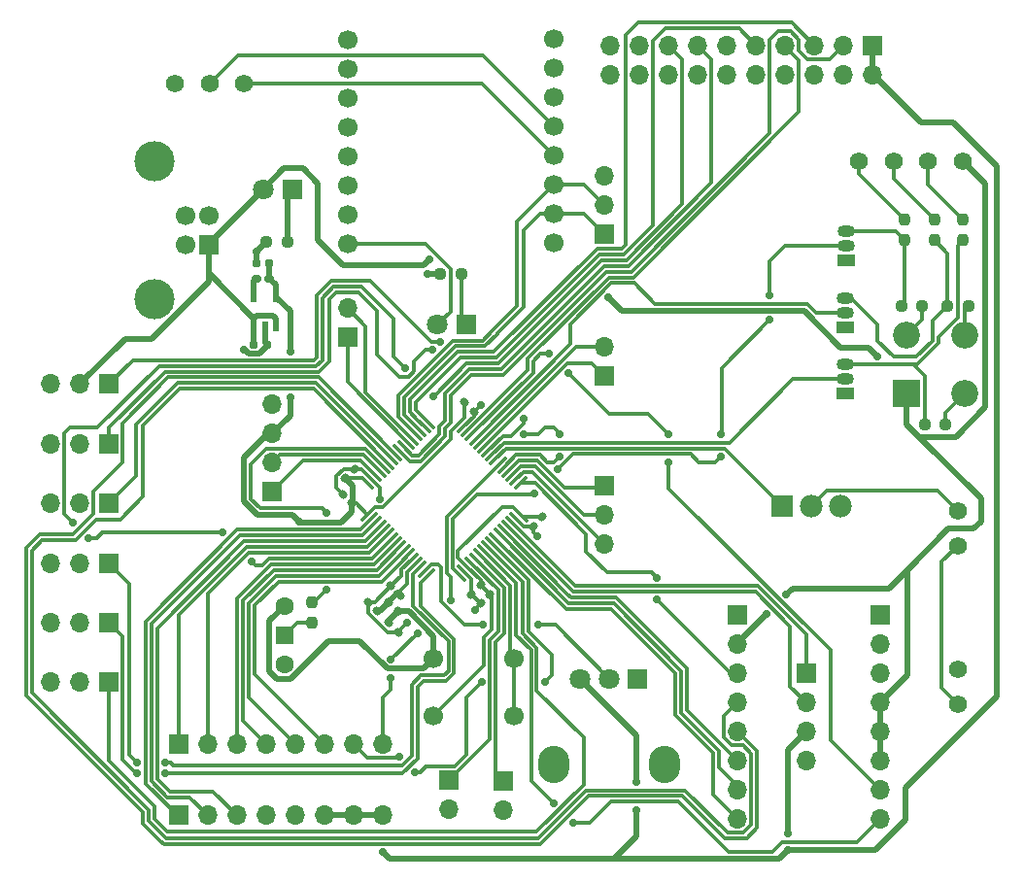
<source format=gbr>
%TF.GenerationSoftware,KiCad,Pcbnew,8.0.4*%
%TF.CreationDate,2025-04-25T16:49:28-07:00*%
%TF.ProjectId,DalekSoundSystemV2,44616c65-6b53-46f7-956e-645379737465,rev?*%
%TF.SameCoordinates,Original*%
%TF.FileFunction,Copper,L1,Top*%
%TF.FilePolarity,Positive*%
%FSLAX46Y46*%
G04 Gerber Fmt 4.6, Leading zero omitted, Abs format (unit mm)*
G04 Created by KiCad (PCBNEW 8.0.4) date 2025-04-25 16:49:28*
%MOMM*%
%LPD*%
G01*
G04 APERTURE LIST*
G04 Aperture macros list*
%AMRoundRect*
0 Rectangle with rounded corners*
0 $1 Rounding radius*
0 $2 $3 $4 $5 $6 $7 $8 $9 X,Y pos of 4 corners*
0 Add a 4 corners polygon primitive as box body*
4,1,4,$2,$3,$4,$5,$6,$7,$8,$9,$2,$3,0*
0 Add four circle primitives for the rounded corners*
1,1,$1+$1,$2,$3*
1,1,$1+$1,$4,$5*
1,1,$1+$1,$6,$7*
1,1,$1+$1,$8,$9*
0 Add four rect primitives between the rounded corners*
20,1,$1+$1,$2,$3,$4,$5,0*
20,1,$1+$1,$4,$5,$6,$7,0*
20,1,$1+$1,$6,$7,$8,$9,0*
20,1,$1+$1,$8,$9,$2,$3,0*%
G04 Aperture macros list end*
%TA.AperFunction,SMDPad,CuDef*%
%ADD10RoundRect,0.155000X-0.212500X-0.155000X0.212500X-0.155000X0.212500X0.155000X-0.212500X0.155000X0*%
%TD*%
%TA.AperFunction,SMDPad,CuDef*%
%ADD11R,0.508000X0.955600*%
%TD*%
%TA.AperFunction,SMDPad,CuDef*%
%ADD12RoundRect,0.155000X0.040659X0.259862X-0.259862X-0.040659X-0.040659X-0.259862X0.259862X0.040659X0*%
%TD*%
%TA.AperFunction,SMDPad,CuDef*%
%ADD13RoundRect,0.155000X0.259862X-0.040659X-0.040659X0.259862X-0.259862X0.040659X0.040659X-0.259862X0*%
%TD*%
%TA.AperFunction,ComponentPad*%
%ADD14R,1.800000X1.800000*%
%TD*%
%TA.AperFunction,ComponentPad*%
%ADD15C,1.800000*%
%TD*%
%TA.AperFunction,ComponentPad*%
%ADD16R,1.700000X1.700000*%
%TD*%
%TA.AperFunction,ComponentPad*%
%ADD17O,1.700000X1.700000*%
%TD*%
%TA.AperFunction,SMDPad,CuDef*%
%ADD18RoundRect,0.160000X-0.222500X-0.160000X0.222500X-0.160000X0.222500X0.160000X-0.222500X0.160000X0*%
%TD*%
%TA.AperFunction,ComponentPad*%
%ADD19O,2.720000X3.240000*%
%TD*%
%TA.AperFunction,SMDPad,CuDef*%
%ADD20RoundRect,0.237500X-0.237500X0.250000X-0.237500X-0.250000X0.237500X-0.250000X0.237500X0.250000X0*%
%TD*%
%TA.AperFunction,ComponentPad*%
%ADD21C,1.574800*%
%TD*%
%TA.AperFunction,ComponentPad*%
%ADD22R,2.350000X2.350000*%
%TD*%
%TA.AperFunction,ComponentPad*%
%ADD23C,2.350000*%
%TD*%
%TA.AperFunction,SMDPad,CuDef*%
%ADD24RoundRect,0.155000X0.212500X0.155000X-0.212500X0.155000X-0.212500X-0.155000X0.212500X-0.155000X0*%
%TD*%
%TA.AperFunction,ComponentPad*%
%ADD25C,1.700000*%
%TD*%
%TA.AperFunction,ComponentPad*%
%ADD26R,1.500000X1.500000*%
%TD*%
%TA.AperFunction,ComponentPad*%
%ADD27C,1.600000*%
%TD*%
%TA.AperFunction,SMDPad,CuDef*%
%ADD28RoundRect,0.237500X-0.250000X-0.237500X0.250000X-0.237500X0.250000X0.237500X-0.250000X0.237500X0*%
%TD*%
%TA.AperFunction,SMDPad,CuDef*%
%ADD29RoundRect,0.155000X-0.259862X0.040659X0.040659X-0.259862X0.259862X-0.040659X-0.040659X0.259862X0*%
%TD*%
%TA.AperFunction,ComponentPad*%
%ADD30C,3.500000*%
%TD*%
%TA.AperFunction,ComponentPad*%
%ADD31R,1.500000X1.050000*%
%TD*%
%TA.AperFunction,ComponentPad*%
%ADD32O,1.500000X1.050000*%
%TD*%
%TA.AperFunction,SMDPad,CuDef*%
%ADD33RoundRect,0.155000X-0.040659X-0.259862X0.259862X0.040659X0.040659X0.259862X-0.259862X-0.040659X0*%
%TD*%
%TA.AperFunction,SMDPad,CuDef*%
%ADD34RoundRect,0.160000X-0.270468X0.044194X0.044194X-0.270468X0.270468X-0.044194X-0.044194X0.270468X0*%
%TD*%
%TA.AperFunction,SMDPad,CuDef*%
%ADD35RoundRect,0.237500X0.237500X-0.250000X0.237500X0.250000X-0.237500X0.250000X-0.237500X-0.250000X0*%
%TD*%
%TA.AperFunction,SMDPad,CuDef*%
%ADD36RoundRect,0.075000X-0.441942X-0.548008X0.548008X0.441942X0.441942X0.548008X-0.548008X-0.441942X0*%
%TD*%
%TA.AperFunction,SMDPad,CuDef*%
%ADD37RoundRect,0.075000X0.441942X-0.548008X0.548008X-0.441942X-0.441942X0.548008X-0.548008X0.441942X0*%
%TD*%
%TA.AperFunction,ComponentPad*%
%ADD38R,1.980000X1.980000*%
%TD*%
%TA.AperFunction,ComponentPad*%
%ADD39C,1.980000*%
%TD*%
%TA.AperFunction,ViaPad*%
%ADD40C,0.700000*%
%TD*%
%TA.AperFunction,Conductor*%
%ADD41C,0.500000*%
%TD*%
%TA.AperFunction,Conductor*%
%ADD42C,0.300000*%
%TD*%
G04 APERTURE END LIST*
D10*
%TO.P,C11,1*%
%TO.N,GND*%
X148477300Y-59263600D03*
%TO.P,C11,2*%
%TO.N,+3.3V*%
X149612300Y-59263600D03*
%TD*%
D11*
%TO.P,U3,1,VIN*%
%TO.N,+5V*%
X148249999Y-64755600D03*
%TO.P,U3,2,GND*%
%TO.N,GND*%
X149200000Y-64755600D03*
%TO.P,U3,3,\u002ASHDN*%
%TO.N,+5V*%
X150150001Y-64755600D03*
%TO.P,U3,4,VFB/VOUT*%
%TO.N,+3.3V*%
X150150001Y-62200000D03*
%TO.P,U3,5,LX*%
%TO.N,Net-(U3-LX)*%
X148249999Y-62200000D03*
%TD*%
D12*
%TO.P,C5,1*%
%TO.N,+3.3V*%
X173401283Y-81398717D03*
%TO.P,C5,2*%
%TO.N,GND*%
X172598717Y-82201283D03*
%TD*%
D13*
%TO.P,C7,1*%
%TO.N,+3.3VA*%
X161001283Y-88201283D03*
%TO.P,C7,2*%
%TO.N,GND*%
X160198717Y-87398717D03*
%TD*%
D14*
%TO.P,D3,1,K*%
%TO.N,/On LED*%
X151600000Y-52800000D03*
D15*
%TO.P,D3,2,A*%
%TO.N,+5V*%
X149060000Y-52800000D03*
%TD*%
D16*
%TO.P,J24,1,Pin_1*%
%TO.N,/UART4 TX*%
X178800000Y-56740000D03*
D17*
%TO.P,J24,2,Pin_2*%
%TO.N,/UART4 RX*%
X178800000Y-54200000D03*
%TO.P,J24,3,Pin_3*%
%TO.N,GND*%
X178800000Y-51660000D03*
%TD*%
D18*
%TO.P,L1,1,1*%
%TO.N,Net-(U3-LX)*%
X148472300Y-60601100D03*
%TO.P,L1,2,2*%
%TO.N,+3.3V*%
X149617300Y-60601100D03*
%TD*%
D19*
%TO.P,RV1,*%
%TO.N,*%
X184000000Y-102975000D03*
X174400000Y-102975000D03*
D14*
%TO.P,RV1,1,1*%
%TO.N,GND*%
X181700000Y-95475000D03*
D15*
%TO.P,RV1,2,2*%
%TO.N,/ADC IN*%
X179200000Y-95475000D03*
%TO.P,RV1,3,3*%
%TO.N,+3.3V*%
X176700000Y-95475000D03*
%TD*%
D16*
%TO.P,J17,1,Pin_1*%
%TO.N,/DAC1*%
X165225000Y-104350000D03*
D17*
%TO.P,J17,2,Pin_2*%
%TO.N,GND*%
X165225000Y-106890000D03*
%TD*%
D20*
%TO.P,R2,1*%
%TO.N,/RLED*%
X204962725Y-55447501D03*
%TO.P,R2,2*%
%TO.N,/RFet*%
X204962725Y-57272501D03*
%TD*%
D16*
%TO.P,J5,1,Pin_1*%
%TO.N,/Input5*%
X135600000Y-90600000D03*
D17*
%TO.P,J5,2,Pin_2*%
%TO.N,unconnected-(J5-Pin_2-Pad2)*%
X133060000Y-90600000D03*
%TO.P,J5,3,Pin_3*%
%TO.N,unconnected-(J5-Pin_3-Pad3)*%
X130520000Y-90600000D03*
%TD*%
D21*
%TO.P,J10,1,Pin_1*%
%TO.N,GND*%
X209600000Y-94700000D03*
%TO.P,J10,2,Pin_2*%
%TO.N,/Lights+*%
X209600000Y-97700000D03*
%TD*%
D16*
%TO.P,J7,1,VTREF*%
%TO.N,+3.3V*%
X202180000Y-40260000D03*
D17*
%TO.P,J7,2,VCC/NC*%
X202180000Y-42800000D03*
%TO.P,J7,3,~{TRST}*%
%TO.N,/NJTRST*%
X199640000Y-40260000D03*
%TO.P,J7,4,GND*%
%TO.N,GND*%
X199640000Y-42800000D03*
%TO.P,J7,5,TDI*%
%TO.N,/JTDI*%
X197100000Y-40260000D03*
%TO.P,J7,6,GND*%
%TO.N,GND*%
X197100000Y-42800000D03*
%TO.P,J7,7,TMS/SWDIO*%
%TO.N,/JTMS*%
X194560000Y-40260000D03*
%TO.P,J7,8,GND*%
%TO.N,GND*%
X194560000Y-42800000D03*
%TO.P,J7,9,TCK/SWCLK*%
%TO.N,/JTCK*%
X192020000Y-40260000D03*
%TO.P,J7,10,GND*%
%TO.N,GND*%
X192020000Y-42800000D03*
%TO.P,J7,11,RTCK*%
%TO.N,unconnected-(J7-RTCK-Pad11)*%
X189480000Y-40260000D03*
%TO.P,J7,12,GND*%
%TO.N,GND*%
X189480000Y-42800000D03*
%TO.P,J7,13,TDO/SWO*%
%TO.N,/JTDO*%
X186940000Y-40260000D03*
%TO.P,J7,14,GND*%
%TO.N,GND*%
X186940000Y-42800000D03*
%TO.P,J7,15,~{SRST}*%
%TO.N,/NRST*%
X184400000Y-40260000D03*
%TO.P,J7,16,GND*%
%TO.N,GND*%
X184400000Y-42800000D03*
%TO.P,J7,17,DBGRQ/NC*%
%TO.N,unconnected-(J7-DBGRQ{slash}NC-Pad17)*%
X181860000Y-40260000D03*
%TO.P,J7,18,GND*%
%TO.N,GND*%
X181860000Y-42800000D03*
%TO.P,J7,19,DBGACK/NC*%
%TO.N,unconnected-(J7-DBGACK{slash}NC-Pad19)*%
X179320000Y-40260000D03*
%TO.P,J7,20,GND*%
%TO.N,GND*%
X179320000Y-42800000D03*
%TD*%
D21*
%TO.P,J11,1,Pin_1*%
%TO.N,/Lights-*%
X209600000Y-80866201D03*
%TO.P,J11,2,Pin_2*%
%TO.N,/Lights+*%
X209600000Y-83866201D03*
%TD*%
D22*
%TO.P,D1,1,A*%
%TO.N,+5V*%
X205155000Y-70605001D03*
D23*
%TO.P,D1,2,BK*%
%TO.N,/BTest*%
X210235000Y-70605001D03*
%TO.P,D1,3,GK*%
%TO.N,/GTest*%
X210235000Y-65525001D03*
%TO.P,D1,4,RK*%
%TO.N,/RTest*%
X205155000Y-65525001D03*
%TD*%
D21*
%TO.P,J9,1,Pin_1*%
%TO.N,/RAudio*%
X147399998Y-43600000D03*
%TO.P,J9,2,Pin_2*%
%TO.N,/LAudio*%
X144399999Y-43600000D03*
%TO.P,J9,3,Pin_3*%
%TO.N,GND*%
X141400000Y-43600000D03*
%TD*%
D16*
%TO.P,J13,1,Pin_1*%
%TO.N,/UART5 RX*%
X156400000Y-65740000D03*
D17*
%TO.P,J13,2,Pin_2*%
%TO.N,/UART5 TX*%
X156400000Y-63200000D03*
%TD*%
D24*
%TO.P,C10,1*%
%TO.N,GND*%
X149367500Y-66351100D03*
%TO.P,C10,2*%
%TO.N,+5V*%
X148232500Y-66351100D03*
%TD*%
D25*
%TO.P,SW2,1,1*%
%TO.N,/Test Button*%
X170900000Y-98700000D03*
%TO.P,SW2,2,2*%
%TO.N,+3.3V*%
X163900000Y-93700000D03*
%TO.P,SW2,3,3*%
%TO.N,/Test Button*%
X170900000Y-93700000D03*
%TO.P,SW2,4,4*%
%TO.N,+3.3V*%
X163900000Y-98700000D03*
%TD*%
D26*
%TO.P,SW1,1,B*%
%TO.N,/SW_BOOT0*%
X150912500Y-91687500D03*
D27*
%TO.P,SW1,2,C*%
%TO.N,GND*%
X150912500Y-94227500D03*
%TO.P,SW1,3,A*%
%TO.N,+3.3V*%
X150912500Y-89147500D03*
%TD*%
D16*
%TO.P,J4,1,Pin_1*%
%TO.N,/Input1*%
X135600000Y-69800000D03*
D17*
%TO.P,J4,2,Pin_2*%
%TO.N,+5V*%
X133060000Y-69800000D03*
%TO.P,J4,3,Pin_3*%
%TO.N,unconnected-(J4-Pin_3-Pad3)*%
X130520000Y-69800000D03*
%TD*%
D28*
%TO.P,R5,1*%
%TO.N,/RFet*%
X204687500Y-62960001D03*
%TO.P,R5,2*%
%TO.N,/RTest*%
X206512500Y-62960001D03*
%TD*%
D16*
%TO.P,J6,1,Pin_1*%
%TO.N,/Input4*%
X135600000Y-85400000D03*
D17*
%TO.P,J6,2,Pin_2*%
%TO.N,unconnected-(J6-Pin_2-Pad2)*%
X133060000Y-85400000D03*
%TO.P,J6,3,Pin_3*%
%TO.N,unconnected-(J6-Pin_3-Pad3)*%
X130520000Y-85400000D03*
%TD*%
D25*
%TO.P,U2,1,VCC*%
%TO.N,+5V*%
X174400000Y-57510000D03*
%TO.P,U2,2,UART_RX*%
%TO.N,/UART4 TX*%
X174400000Y-54970000D03*
%TO.P,U2,3,UART_TX*%
%TO.N,/UART4 RX*%
X174400000Y-52430000D03*
%TO.P,U2,4,DAC_R*%
%TO.N,/RAudio*%
X174400000Y-49890000D03*
%TO.P,U2,5,DAC_L*%
%TO.N,/LAudio*%
X174400000Y-47350000D03*
%TO.P,U2,6,SPK2*%
%TO.N,unconnected-(U2-SPK2-Pad6)*%
X174400000Y-44810000D03*
%TO.P,U2,7,GND*%
%TO.N,unconnected-(U2-GND-Pad7)*%
X174400000Y-42270000D03*
%TO.P,U2,8,SPK1*%
%TO.N,unconnected-(U2-SPK1-Pad8)*%
X174400000Y-39730000D03*
%TO.P,U2,9,IO1*%
%TO.N,unconnected-(U2-IO1-Pad9)*%
X156400000Y-39810000D03*
%TO.P,U2,10,GND*%
%TO.N,GND*%
X156400000Y-42350000D03*
%TO.P,U2,11,IO2*%
%TO.N,unconnected-(U2-IO2-Pad11)*%
X156400000Y-44890000D03*
%TO.P,U2,12,ADKEY1*%
%TO.N,unconnected-(U2-ADKEY1-Pad12)*%
X156400000Y-47430000D03*
%TO.P,U2,13,ADKEY2*%
%TO.N,unconnected-(U2-ADKEY2-Pad13)*%
X156400000Y-49970000D03*
%TO.P,U2,14,USB+*%
%TO.N,unconnected-(U2-USB+-Pad14)*%
X156400000Y-52510000D03*
%TO.P,U2,15,USB-*%
%TO.N,unconnected-(U2-USB--Pad15)*%
X156400000Y-55050000D03*
%TO.P,U2,16,BUSY*%
%TO.N,/DFBusy*%
X156400000Y-57590000D03*
%TD*%
D16*
%TO.P,J14,1,Pin_1*%
%TO.N,/I2C1 SDA*%
X149800000Y-79200000D03*
D17*
%TO.P,J14,2,Pin_2*%
%TO.N,/I2C1 SCL*%
X149800000Y-76660000D03*
%TO.P,J14,3,Pin_3*%
%TO.N,+3.3V*%
X149800000Y-74120000D03*
%TO.P,J14,4,Pin_4*%
%TO.N,GND*%
X149800000Y-71580000D03*
%TD*%
D12*
%TO.P,C1,1*%
%TO.N,+3.3V*%
X168001283Y-87298717D03*
%TO.P,C1,2*%
%TO.N,GND*%
X167198717Y-88101283D03*
%TD*%
D29*
%TO.P,C9,1*%
%TO.N,+3.3V*%
X160003536Y-90603536D03*
%TO.P,C9,2*%
%TO.N,GND*%
X160806102Y-91406102D03*
%TD*%
D16*
%TO.P,J18,1,Pin_1*%
%TO.N,/DAC2*%
X170000000Y-104400000D03*
D17*
%TO.P,J18,2,Pin_2*%
%TO.N,GND*%
X170000000Y-106940000D03*
%TD*%
D16*
%TO.P,J1,1,Pin_1*%
%TO.N,/Input6*%
X135600000Y-95800000D03*
D17*
%TO.P,J1,2,Pin_2*%
%TO.N,unconnected-(J1-Pin_2-Pad2)*%
X133060000Y-95800000D03*
%TO.P,J1,3,Pin_3*%
%TO.N,unconnected-(J1-Pin_3-Pad3)*%
X130520000Y-95800000D03*
%TD*%
D16*
%TO.P,J23,1,VBUS*%
%TO.N,+5V*%
X144310000Y-57650000D03*
D25*
%TO.P,J23,2,D-*%
%TO.N,unconnected-(J23-D--Pad2)*%
X144310000Y-55150000D03*
%TO.P,J23,3,D+*%
%TO.N,unconnected-(J23-D+-Pad3)*%
X142310000Y-55150000D03*
%TO.P,J23,4,GND*%
%TO.N,GND*%
X142310000Y-57650000D03*
D30*
%TO.P,J23,5,Shield*%
%TO.N,unconnected-(J23-Shield-Pad5)*%
X139600000Y-62420000D03*
%TO.N,unconnected-(J23-Shield-Pad5)_1*%
X139600000Y-50380000D03*
%TD*%
D31*
%TO.P,Q3-B1,1,S*%
%TO.N,GND*%
X199800000Y-70630001D03*
D32*
%TO.P,Q3-B1,2,G*%
%TO.N,/BCtrl*%
X199800000Y-69360001D03*
%TO.P,Q3-B1,3,D*%
%TO.N,/BFet*%
X199800000Y-68090001D03*
%TD*%
D16*
%TO.P,J15,1,Pin_1*%
%TO.N,/I2C2 SDA*%
X196400000Y-95000000D03*
D17*
%TO.P,J15,2,Pin_2*%
%TO.N,/I2C2 SCL*%
X196400000Y-97540000D03*
%TO.P,J15,3,Pin_3*%
%TO.N,+3.3V*%
X196400000Y-100080000D03*
%TO.P,J15,4,Pin_4*%
%TO.N,GND*%
X196400000Y-102620000D03*
%TD*%
D33*
%TO.P,C3,1*%
%TO.N,+3.3V*%
X156198717Y-78001283D03*
%TO.P,C3,2*%
%TO.N,GND*%
X157001283Y-77198717D03*
%TD*%
D34*
%TO.P,FB1,1*%
%TO.N,+3.3VA*%
X160000000Y-88800000D03*
%TO.P,FB1,2*%
%TO.N,+3.3V*%
X160809638Y-89609638D03*
%TD*%
D16*
%TO.P,J20,1,Pin_1*%
%TO.N,/PC13*%
X141720000Y-107400000D03*
D17*
%TO.P,J20,2,Pin_2*%
%TO.N,/PC14*%
X144260000Y-107400000D03*
%TO.P,J20,3,Pin_3*%
%TO.N,/PC15*%
X146800000Y-107400000D03*
%TO.P,J20,4,Pin_4*%
%TO.N,GND*%
X149340000Y-107400000D03*
%TO.P,J20,5,Pin_5*%
X151880000Y-107400000D03*
%TO.P,J20,6,Pin_6*%
%TO.N,+3.3V*%
X154420000Y-107400000D03*
%TO.P,J20,7,Pin_7*%
X156960000Y-107400000D03*
%TO.P,J20,8,Pin_8*%
X159500000Y-107400000D03*
%TD*%
D12*
%TO.P,C6,1*%
%TO.N,+3.3V*%
X168801283Y-88098717D03*
%TO.P,C6,2*%
%TO.N,GND*%
X167998717Y-88901283D03*
%TD*%
D28*
%TO.P,R8,1*%
%TO.N,GND*%
X164487500Y-60200000D03*
%TO.P,R8,2*%
%TO.N,/DFBusyLED*%
X166312500Y-60200000D03*
%TD*%
D16*
%TO.P,J21,1,Pin_1*%
%TO.N,GND*%
X202800000Y-89925000D03*
D17*
%TO.P,J21,2,Pin_2*%
X202800000Y-92465000D03*
%TO.P,J21,3,Pin_3*%
X202800000Y-95005000D03*
%TO.P,J21,4,Pin_4*%
%TO.N,+5V*%
X202800000Y-97545000D03*
%TO.P,J21,5,Pin_5*%
X202800000Y-100085000D03*
%TO.P,J21,6,Pin_6*%
X202800000Y-102625000D03*
%TO.P,J21,7,Pin_7*%
%TO.N,/PA12*%
X202800000Y-105165000D03*
%TO.P,J21,8,Pin_8*%
%TO.N,/PA7*%
X202800000Y-107705000D03*
%TD*%
D16*
%TO.P,J19,1,Pin_1*%
%TO.N,/PD0*%
X141720000Y-101200000D03*
D17*
%TO.P,J19,2,Pin_2*%
%TO.N,/PD1*%
X144260000Y-101200000D03*
%TO.P,J19,3,Pin_3*%
%TO.N,/PC0*%
X146800000Y-101200000D03*
%TO.P,J19,4,Pin_4*%
%TO.N,/PC1*%
X149340000Y-101200000D03*
%TO.P,J19,5,Pin_5*%
%TO.N,/PC2*%
X151880000Y-101200000D03*
%TO.P,J19,6,Pin_6*%
%TO.N,/PC3*%
X154420000Y-101200000D03*
%TO.P,J19,7,Pin_7*%
%TO.N,/PC5*%
X156960000Y-101200000D03*
%TO.P,J19,8,Pin_8*%
%TO.N,/PC7*%
X159500000Y-101200000D03*
%TD*%
D29*
%TO.P,C2,1*%
%TO.N,+3.3V*%
X166598717Y-71398717D03*
%TO.P,C2,2*%
%TO.N,GND*%
X167401283Y-72201283D03*
%TD*%
D35*
%TO.P,R3,1*%
%TO.N,/GFet*%
X207550000Y-57272501D03*
%TO.P,R3,2*%
%TO.N,/GLED*%
X207550000Y-55447501D03*
%TD*%
D28*
%TO.P,R6,1*%
%TO.N,/GFet*%
X208687500Y-62960001D03*
%TO.P,R6,2*%
%TO.N,/GTest*%
X210512500Y-62960001D03*
%TD*%
D31*
%TO.P,Q2-G1,1,S*%
%TO.N,GND*%
X199800000Y-64830001D03*
D32*
%TO.P,Q2-G1,2,G*%
%TO.N,/GCtrl*%
X199800000Y-63560001D03*
%TO.P,Q2-G1,3,D*%
%TO.N,/GFet*%
X199800000Y-62290001D03*
%TD*%
D13*
%TO.P,C8,1*%
%TO.N,+3.3VA*%
X159006102Y-89606102D03*
%TO.P,C8,2*%
%TO.N,GND*%
X158203536Y-88803536D03*
%TD*%
D16*
%TO.P,J22,1,Pin_1*%
%TO.N,GND*%
X190400000Y-89925000D03*
D17*
%TO.P,J22,2,Pin_2*%
%TO.N,+5V*%
X190400000Y-92465000D03*
%TO.P,J22,3,Pin_3*%
%TO.N,/PB12*%
X190400000Y-95005000D03*
%TO.P,J22,4,Pin_4*%
%TO.N,/PB7*%
X190400000Y-97545000D03*
%TO.P,J22,5,Pin_5*%
%TO.N,/PB5*%
X190400000Y-100085000D03*
%TO.P,J22,6,Pin_6*%
%TO.N,/PB2*%
X190400000Y-102625000D03*
%TO.P,J22,7,Pin_7*%
%TO.N,/PB1*%
X190400000Y-105165000D03*
%TO.P,J22,8,Pin_8*%
%TO.N,/PB0*%
X190400000Y-107705000D03*
%TD*%
D21*
%TO.P,J8,1,Pin_1*%
%TO.N,/RLED*%
X201000001Y-50360001D03*
%TO.P,J8,2,Pin_2*%
%TO.N,/GLED*%
X204000000Y-50360001D03*
%TO.P,J8,3,Pin_3*%
%TO.N,/BLED*%
X207000000Y-50360001D03*
%TO.P,J8,4,Pin_4*%
%TO.N,+5V*%
X209999999Y-50360001D03*
%TD*%
D14*
%TO.P,D2,1,K*%
%TO.N,/DFBusyLED*%
X166800000Y-64600000D03*
D15*
%TO.P,D2,2,A*%
%TO.N,/DFBusy*%
X164260000Y-64600000D03*
%TD*%
D28*
%TO.P,R9,1*%
%TO.N,GND*%
X149347500Y-57400000D03*
%TO.P,R9,2*%
%TO.N,/On LED*%
X151172500Y-57400000D03*
%TD*%
D35*
%TO.P,R4,1*%
%TO.N,/BFet*%
X210057091Y-57272501D03*
%TO.P,R4,2*%
%TO.N,/BLED*%
X210057091Y-55447501D03*
%TD*%
D13*
%TO.P,C4,1*%
%TO.N,+3.3V*%
X156801283Y-80201283D03*
%TO.P,C4,2*%
%TO.N,GND*%
X155998717Y-79398717D03*
%TD*%
D31*
%TO.P,Q1-R1,1,S*%
%TO.N,GND*%
X199840000Y-59030001D03*
D32*
%TO.P,Q1-R1,2,G*%
%TO.N,/RCtrl*%
X199840000Y-57760001D03*
%TO.P,Q1-R1,3,D*%
%TO.N,/RFet*%
X199840000Y-56490001D03*
%TD*%
D16*
%TO.P,J2,1,Pin_1*%
%TO.N,/Input2*%
X135600000Y-75000000D03*
D17*
%TO.P,J2,2,Pin_2*%
%TO.N,unconnected-(J2-Pin_2-Pad2)*%
X133060000Y-75000000D03*
%TO.P,J2,3,Pin_3*%
%TO.N,unconnected-(J2-Pin_3-Pad3)*%
X130520000Y-75000000D03*
%TD*%
D16*
%TO.P,J16,1,Pin_1*%
%TO.N,/COPI*%
X178800000Y-78660000D03*
D17*
%TO.P,J16,2,Pin_2*%
%TO.N,/CIPO*%
X178800000Y-81200000D03*
%TO.P,J16,3,Pin_3*%
%TO.N,/SCK*%
X178800000Y-83740000D03*
%TD*%
D20*
%TO.P,R1,1*%
%TO.N,/BOOT0*%
X153312500Y-88775000D03*
%TO.P,R1,2*%
%TO.N,/SW_BOOT0*%
X153312500Y-90600000D03*
%TD*%
D16*
%TO.P,J3,1,Pin_1*%
%TO.N,/Input3*%
X135600000Y-80200000D03*
D17*
%TO.P,J3,2,Pin_2*%
%TO.N,unconnected-(J3-Pin_2-Pad2)*%
X133060000Y-80200000D03*
%TO.P,J3,3,Pin_3*%
%TO.N,unconnected-(J3-Pin_3-Pad3)*%
X130520000Y-80200000D03*
%TD*%
D36*
%TO.P,U1,1,VBAT*%
%TO.N,+3.3V*%
X158135519Y-81161181D03*
%TO.P,U1,2,PC13*%
%TO.N,/PC13*%
X158489072Y-81514734D03*
%TO.P,U1,3,PC14*%
%TO.N,/PC14*%
X158842625Y-81868287D03*
%TO.P,U1,4,PC15*%
%TO.N,/PC15*%
X159196179Y-82221841D03*
%TO.P,U1,5,PD0*%
%TO.N,/PD0*%
X159549732Y-82575394D03*
%TO.P,U1,6,PD1*%
%TO.N,/PD1*%
X159903286Y-82928948D03*
%TO.P,U1,7,NRST*%
%TO.N,/NRST*%
X160256839Y-83282501D03*
%TO.P,U1,8,PC0*%
%TO.N,/PC0*%
X160610392Y-83636054D03*
%TO.P,U1,9,PC1*%
%TO.N,/PC1*%
X160963946Y-83989608D03*
%TO.P,U1,10,PC2*%
%TO.N,/PC2*%
X161317499Y-84343161D03*
%TO.P,U1,11,PC3*%
%TO.N,/PC3*%
X161671052Y-84696714D03*
%TO.P,U1,12,VSSA*%
%TO.N,GND*%
X162024606Y-85050268D03*
%TO.P,U1,13,VDDA*%
%TO.N,+3.3VA*%
X162378159Y-85403821D03*
%TO.P,U1,14,PA0*%
%TO.N,/Input4*%
X162731713Y-85757375D03*
%TO.P,U1,15,PA1*%
%TO.N,/ADC IN*%
X163085266Y-86110928D03*
%TO.P,U1,16,PA2*%
%TO.N,/Input5*%
X163438819Y-86464481D03*
D37*
%TO.P,U1,17,PA3*%
%TO.N,/RCtrl*%
X166161181Y-86464481D03*
%TO.P,U1,18,VSS*%
%TO.N,GND*%
X166514734Y-86110928D03*
%TO.P,U1,19,VDD*%
%TO.N,+3.3V*%
X166868287Y-85757375D03*
%TO.P,U1,20,PA4*%
%TO.N,/DAC1*%
X167221841Y-85403821D03*
%TO.P,U1,21,PA5*%
%TO.N,/DAC2*%
X167575394Y-85050268D03*
%TO.P,U1,22,PA6*%
%TO.N,/Test Button*%
X167928948Y-84696714D03*
%TO.P,U1,23,PA7*%
%TO.N,/PA7*%
X168282501Y-84343161D03*
%TO.P,U1,24,PC4*%
%TO.N,/Input6*%
X168636054Y-83989608D03*
%TO.P,U1,25,PC5*%
%TO.N,/PC5*%
X168989608Y-83636054D03*
%TO.P,U1,26,PB0*%
%TO.N,/PB0*%
X169343161Y-83282501D03*
%TO.P,U1,27,PB1*%
%TO.N,/PB1*%
X169696714Y-82928948D03*
%TO.P,U1,28,PB2*%
%TO.N,/PB2*%
X170050268Y-82575394D03*
%TO.P,U1,29,PB10*%
%TO.N,/I2C2 SCL*%
X170403821Y-82221841D03*
%TO.P,U1,30,PB11*%
%TO.N,/I2C2 SDA*%
X170757375Y-81868287D03*
%TO.P,U1,31,VSS*%
%TO.N,GND*%
X171110928Y-81514734D03*
%TO.P,U1,32,VDD*%
%TO.N,+3.3V*%
X171464481Y-81161181D03*
D36*
%TO.P,U1,33,PB12*%
%TO.N,/PB12*%
X171464481Y-78438819D03*
%TO.P,U1,34,PB13*%
%TO.N,/SCK*%
X171110928Y-78085266D03*
%TO.P,U1,35,PB14*%
%TO.N,/CIPO*%
X170757375Y-77731713D03*
%TO.P,U1,36,PB15*%
%TO.N,/COPI*%
X170403821Y-77378159D03*
%TO.P,U1,37,PC6*%
%TO.N,/Input2*%
X170050268Y-77024606D03*
%TO.P,U1,38,PC7*%
%TO.N,/PC7*%
X169696714Y-76671052D03*
%TO.P,U1,39,PC8*%
%TO.N,/LightsControl*%
X169343161Y-76317499D03*
%TO.P,U1,40,PC9*%
%TO.N,/BCtrl*%
X168989608Y-75963946D03*
%TO.P,U1,41,PA8*%
%TO.N,/Input1*%
X168636054Y-75610392D03*
%TO.P,U1,42,PA9*%
%TO.N,/USART1 TX*%
X168282501Y-75256839D03*
%TO.P,U1,43,PA10*%
%TO.N,/USART1 RX*%
X167928948Y-74903286D03*
%TO.P,U1,44,PA11*%
%TO.N,/GCtrl*%
X167575394Y-74549732D03*
%TO.P,U1,45,PA12*%
%TO.N,/PA12*%
X167221841Y-74196179D03*
%TO.P,U1,46,PA13*%
%TO.N,/JTMS*%
X166868287Y-73842625D03*
%TO.P,U1,47,VSS*%
%TO.N,GND*%
X166514734Y-73489072D03*
%TO.P,U1,48,VDD*%
%TO.N,+3.3V*%
X166161181Y-73135519D03*
D37*
%TO.P,U1,49,PA14*%
%TO.N,/JTCK*%
X163438819Y-73135519D03*
%TO.P,U1,50,PA15*%
%TO.N,/JTDI*%
X163085266Y-73489072D03*
%TO.P,U1,51,PC10*%
%TO.N,/UART4 TX*%
X162731713Y-73842625D03*
%TO.P,U1,52,PC11*%
%TO.N,/UART4 RX*%
X162378159Y-74196179D03*
%TO.P,U1,53,PC12*%
%TO.N,/UART5 TX*%
X162024606Y-74549732D03*
%TO.P,U1,54,PD2*%
%TO.N,/UART5 RX*%
X161671052Y-74903286D03*
%TO.P,U1,55,PB3*%
%TO.N,/JTDO*%
X161317499Y-75256839D03*
%TO.P,U1,56,PB4*%
%TO.N,/NJTRST*%
X160963946Y-75610392D03*
%TO.P,U1,57,PB5*%
%TO.N,/PB5*%
X160610392Y-75963946D03*
%TO.P,U1,58,PB6*%
%TO.N,/Input3*%
X160256839Y-76317499D03*
%TO.P,U1,59,PB7*%
%TO.N,/PB7*%
X159903286Y-76671052D03*
%TO.P,U1,60,BOOT0*%
%TO.N,/BOOT0*%
X159549732Y-77024606D03*
%TO.P,U1,61,PB8*%
%TO.N,/I2C1 SCL*%
X159196179Y-77378159D03*
%TO.P,U1,62,PB9*%
%TO.N,/I2C1 SDA*%
X158842625Y-77731713D03*
%TO.P,U1,63,VSS*%
%TO.N,GND*%
X158489072Y-78085266D03*
%TO.P,U1,64,VDD*%
%TO.N,+3.3V*%
X158135519Y-78438819D03*
%TD*%
D16*
%TO.P,J12,1,Pin_1*%
%TO.N,/USART1 TX*%
X178800000Y-69075000D03*
D17*
%TO.P,J12,2,Pin_2*%
%TO.N,/USART1 RX*%
X178800000Y-66535000D03*
%TD*%
D38*
%TO.P,Q4,1*%
%TO.N,/LightsControl*%
X194320000Y-80400000D03*
D39*
%TO.P,Q4,2*%
%TO.N,/Lights-*%
X196860000Y-80400000D03*
%TO.P,Q4,3*%
%TO.N,GND*%
X199400000Y-80400000D03*
%TD*%
D28*
%TO.P,R7,1*%
%TO.N,/BFet*%
X206687500Y-73360001D03*
%TO.P,R7,2*%
%TO.N,/BTest*%
X208512500Y-73360001D03*
%TD*%
D40*
%TO.N,+3.3V*%
X152200000Y-81800000D03*
X181600000Y-104500000D03*
X194800000Y-110400000D03*
X151400000Y-70911100D03*
X194800000Y-109000000D03*
X151400000Y-67000000D03*
X181600000Y-106900000D03*
X159500000Y-110600000D03*
%TO.N,GND*%
X159200000Y-79800000D03*
X163400000Y-60200000D03*
X168000000Y-71600000D03*
X172939519Y-83060481D03*
X148477300Y-58270200D03*
X167494975Y-89505025D03*
X147380063Y-66808517D03*
X161600000Y-90600000D03*
%TO.N,+5V*%
X202600000Y-67390001D03*
X179139975Y-62249975D03*
X163511241Y-58888759D03*
X194648528Y-88151472D03*
X192951472Y-89848528D03*
%TO.N,/Input1*%
X164505025Y-66105025D03*
X171800000Y-72800000D03*
%TO.N,/Input2*%
X174910050Y-76099999D03*
X174910050Y-74200000D03*
X163805026Y-66805025D03*
X171789949Y-74200001D03*
%TO.N,/Input4*%
X140500000Y-102800000D03*
X138100000Y-102800000D03*
%TO.N,/Input5*%
X140500000Y-103700003D03*
X138100000Y-103700003D03*
%TO.N,/NRST*%
X161462006Y-68440938D03*
X145551473Y-82751470D03*
X163855634Y-70855634D03*
X148048528Y-85248528D03*
X133848529Y-83248528D03*
X132505025Y-81905025D03*
%TO.N,/PC7*%
X162500000Y-91500001D03*
X165415371Y-88625421D03*
X160200000Y-95400000D03*
X160200000Y-93800000D03*
%TO.N,/PC5*%
X160905025Y-102305025D03*
X173600000Y-95800000D03*
X168100000Y-95800000D03*
X162248528Y-103648528D03*
%TO.N,/PA7*%
X176048528Y-108048528D03*
X174351472Y-106351472D03*
%TO.N,/PA12*%
X184400000Y-74200000D03*
X184400000Y-76600000D03*
X173967589Y-67167589D03*
X175664644Y-68864644D03*
%TO.N,/PB12*%
X183400000Y-86700000D03*
X183400000Y-88600000D03*
%TO.N,/RCtrl*%
X172681472Y-79318528D03*
X188965025Y-76100000D03*
X174748528Y-77251471D03*
X188965025Y-74200000D03*
X193200000Y-64200000D03*
X193200000Y-62100000D03*
%TO.N,/BOOT0*%
X154600000Y-87700000D03*
X154600000Y-81000000D03*
%TO.N,/ADC IN*%
X168200000Y-90800000D03*
X173000000Y-90800000D03*
%TD*%
D41*
%TO.N,+3.3V*%
X160100000Y-111200000D02*
X179600000Y-111200000D01*
X155802566Y-81900000D02*
X152300000Y-81900000D01*
X156866616Y-80135950D02*
X156866616Y-78669182D01*
D42*
X168300000Y-94300000D02*
X163900000Y-98700000D01*
D41*
X151400000Y-72520000D02*
X149800000Y-74120000D01*
X205000000Y-105000000D02*
X213000000Y-97000000D01*
D42*
X172002017Y-81698717D02*
X171464481Y-81161181D01*
D41*
X213000000Y-50800000D02*
X209200000Y-47000000D01*
X194800000Y-109000000D02*
X194800000Y-101680000D01*
D42*
X165413296Y-74576654D02*
X159489950Y-80500000D01*
D41*
X156801283Y-80901283D02*
X156801283Y-80201283D01*
D42*
X171703300Y-81400000D02*
X173400000Y-81400000D01*
D41*
X213000000Y-97000000D02*
X213000000Y-50800000D01*
X148551472Y-81200000D02*
X147400000Y-80048528D01*
X155802566Y-81900000D02*
X156801283Y-80901283D01*
X154707767Y-92200000D02*
X157468629Y-92200000D01*
X151430267Y-95477500D02*
X154707767Y-92200000D01*
D42*
X166040257Y-84359743D02*
X169859743Y-80540257D01*
X169859743Y-80540257D02*
X170843557Y-80540257D01*
X171464481Y-81161181D02*
X171703300Y-81400000D01*
D41*
X149600000Y-94800000D02*
X150277500Y-95477500D01*
X147400000Y-76200000D02*
X149480000Y-74120000D01*
D42*
X168300000Y-91885787D02*
X168300000Y-94300000D01*
D41*
X194000000Y-111200000D02*
X194800000Y-110400000D01*
X150150001Y-61133801D02*
X149617300Y-60601100D01*
X160003536Y-90603536D02*
X160003536Y-90415740D01*
X149612300Y-60596100D02*
X149617300Y-60601100D01*
D42*
X166868287Y-85757375D02*
X166040257Y-84929345D01*
D41*
X154420000Y-107400000D02*
X156960000Y-107400000D01*
X156801283Y-80201283D02*
X156866616Y-80135950D01*
X202400000Y-110400000D02*
X205000000Y-107800000D01*
X151400000Y-63449999D02*
X150150001Y-62200000D01*
X151400000Y-70911100D02*
X151400000Y-72520000D01*
X152200000Y-81800000D02*
X151600000Y-81200000D01*
X149612300Y-59263600D02*
X149612300Y-60596100D01*
X202200000Y-42800000D02*
X202180000Y-42800000D01*
D42*
X173400000Y-81400000D02*
X173401283Y-81398717D01*
D41*
X202180000Y-40260000D02*
X202180000Y-42800000D01*
X181600000Y-109200000D02*
X179600000Y-111200000D01*
D42*
X157697983Y-78001283D02*
X158135519Y-78438819D01*
D41*
X150912500Y-89147500D02*
X149600000Y-90460000D01*
D42*
X170843557Y-80540257D02*
X171464481Y-81161181D01*
X168992894Y-88290328D02*
X168992894Y-91192893D01*
X168992894Y-91192893D02*
X168300000Y-91885787D01*
X157175621Y-80201283D02*
X158135519Y-81161181D01*
D41*
X163900000Y-91768629D02*
X161741009Y-89609638D01*
D42*
X165413296Y-73883404D02*
X165413296Y-74576654D01*
D41*
X163000000Y-94600000D02*
X163900000Y-93700000D01*
X151600000Y-81200000D02*
X148551472Y-81200000D01*
D42*
X156198717Y-78001283D02*
X157697983Y-78001283D01*
D41*
X147400000Y-80048528D02*
X147400000Y-76200000D01*
D42*
X168001283Y-87298717D02*
X168801283Y-88098717D01*
D41*
X152300000Y-81900000D02*
X152200000Y-81800000D01*
X194800000Y-110400000D02*
X202400000Y-110400000D01*
D42*
X156801283Y-80201283D02*
X157175621Y-80201283D01*
X168001283Y-86890371D02*
X168001283Y-87298717D01*
D41*
X157468629Y-92200000D02*
X159868629Y-94600000D01*
X156866616Y-78669182D02*
X156198717Y-78001283D01*
X181600000Y-106900000D02*
X181600000Y-109200000D01*
X149480000Y-74120000D02*
X149800000Y-74120000D01*
D42*
X166598717Y-72697983D02*
X166161181Y-73135519D01*
D41*
X151400000Y-67000000D02*
X151400000Y-63449999D01*
X181600000Y-100375000D02*
X181600000Y-104500000D01*
X160003536Y-90415740D02*
X160809638Y-89609638D01*
X159868629Y-94600000D02*
X163000000Y-94600000D01*
D42*
X158796700Y-80500000D02*
X158135519Y-81161181D01*
D41*
X150150001Y-62200000D02*
X150150001Y-61133801D01*
X163900000Y-93700000D02*
X163900000Y-91768629D01*
X156960000Y-107400000D02*
X159500000Y-107400000D01*
X205000000Y-107800000D02*
X205000000Y-105000000D01*
D42*
X166868287Y-85757375D02*
X168001283Y-86890371D01*
X166598717Y-71398717D02*
X166598717Y-72697983D01*
D41*
X159500000Y-110600000D02*
X160100000Y-111200000D01*
X209200000Y-47000000D02*
X206400000Y-47000000D01*
X179600000Y-111200000D02*
X194000000Y-111200000D01*
D42*
X166040257Y-84929345D02*
X166040257Y-84359743D01*
X166161181Y-73135519D02*
X165413296Y-73883404D01*
D41*
X150277500Y-95477500D02*
X151430267Y-95477500D01*
X149600000Y-90460000D02*
X149600000Y-94800000D01*
D42*
X159489950Y-80500000D02*
X158796700Y-80500000D01*
D41*
X194800000Y-101680000D02*
X196400000Y-100080000D01*
D42*
X168801283Y-88098717D02*
X168992894Y-88290328D01*
D41*
X206400000Y-47000000D02*
X202200000Y-42800000D01*
X161741009Y-89609638D02*
X160809638Y-89609638D01*
X176700000Y-95475000D02*
X181600000Y-100375000D01*
D42*
%TO.N,GND*%
X158203536Y-89736918D02*
X158203536Y-88803536D01*
X155430818Y-77835800D02*
X156067901Y-77198717D01*
X166514734Y-86110928D02*
X167198717Y-86794911D01*
X160806102Y-91393898D02*
X161600000Y-90600000D01*
X160806102Y-91406102D02*
X160806102Y-91393898D01*
X158489072Y-78085266D02*
X159200000Y-78796194D01*
X171797477Y-82201283D02*
X172598717Y-82201283D01*
D41*
X148477300Y-58270200D02*
X148477300Y-59263600D01*
D42*
X167401283Y-72198717D02*
X167401283Y-72201283D01*
D41*
X164487500Y-60200000D02*
X163400000Y-60200000D01*
D42*
X159872720Y-91406102D02*
X158203536Y-89736918D01*
X158203536Y-88803536D02*
X158793898Y-88803536D01*
D41*
X149367500Y-66443494D02*
X149367500Y-66351100D01*
X149200000Y-64755600D02*
X149200000Y-66183600D01*
X149347500Y-57400000D02*
X148477300Y-58270200D01*
D42*
X161110789Y-85964085D02*
X162024606Y-85050268D01*
X172598717Y-82719679D02*
X172939519Y-83060481D01*
X161110789Y-86489211D02*
X161110789Y-85964085D01*
X159200000Y-78796194D02*
X159200000Y-79800000D01*
X167494975Y-89405025D02*
X167998717Y-88901283D01*
D41*
X149200000Y-66183600D02*
X149367500Y-66351100D01*
X147380063Y-66808517D02*
X147462523Y-66808517D01*
X147765106Y-67111100D02*
X148699894Y-67111100D01*
D42*
X157001283Y-77198717D02*
X157602523Y-77198717D01*
X167401283Y-72602523D02*
X166514734Y-73489072D01*
X157602523Y-77198717D02*
X158489072Y-78085266D01*
X167198717Y-88101283D02*
X167998717Y-88901283D01*
X160201283Y-87398717D02*
X161110789Y-86489211D01*
X167494975Y-89505025D02*
X167494975Y-89405025D01*
D41*
X148699894Y-67111100D02*
X149367500Y-66443494D01*
X147462523Y-66808517D02*
X147765106Y-67111100D01*
D42*
X168000000Y-71600000D02*
X167401283Y-72198717D01*
X172598717Y-82201283D02*
X172598717Y-82719679D01*
X171110928Y-81514734D02*
X171797477Y-82201283D01*
X155430818Y-78830818D02*
X155998717Y-79398717D01*
X155430818Y-77835800D02*
X155430818Y-78830818D01*
X167198717Y-86794911D02*
X167198717Y-88101283D01*
X160806102Y-91406102D02*
X159872720Y-91406102D01*
X158793898Y-88803536D02*
X160198717Y-87398717D01*
X167401283Y-72201283D02*
X167401283Y-72602523D01*
X160198717Y-87398717D02*
X160201283Y-87398717D01*
X156067901Y-77198717D02*
X157001283Y-77198717D01*
D41*
%TO.N,+3.3VA*%
X160793898Y-88006102D02*
X160000000Y-88800000D01*
X159006102Y-89606102D02*
X159193898Y-89606102D01*
D42*
X160806102Y-87993898D02*
X160806102Y-88006102D01*
X162378159Y-85403821D02*
X161610789Y-86171191D01*
X161610789Y-86171191D02*
X161610789Y-87189211D01*
D41*
X160806102Y-88006102D02*
X160793898Y-88006102D01*
D42*
X161610789Y-87189211D02*
X160806102Y-87993898D01*
D41*
X159193898Y-89606102D02*
X160000000Y-88800000D01*
%TO.N,+5V*%
X133060000Y-69800000D02*
X137011270Y-65848730D01*
X209400000Y-74400000D02*
X212000000Y-71800000D01*
X211600000Y-79738855D02*
X211600000Y-81800000D01*
X190400000Y-92400000D02*
X192951472Y-89848528D01*
X211600000Y-81800000D02*
X211000000Y-82400000D01*
X137011270Y-65848730D02*
X139351270Y-65848730D01*
X153800000Y-57200000D02*
X153800000Y-52300000D01*
X194648528Y-88151472D02*
X195200000Y-87600000D01*
X211000000Y-82400000D02*
X208800000Y-82400000D01*
X149904000Y-63827800D02*
X150150001Y-64073801D01*
X156000000Y-59400000D02*
X153800000Y-57200000D01*
X206261145Y-74400000D02*
X209400000Y-74400000D01*
X202800000Y-97545000D02*
X202800000Y-100085000D01*
X153800000Y-52300000D02*
X152500000Y-51000000D01*
X148249999Y-64755600D02*
X148249999Y-66333601D01*
X206261145Y-74400000D02*
X211600000Y-79738855D01*
X139351270Y-65848730D02*
X144310000Y-60890000D01*
X205155000Y-73293855D02*
X206261145Y-74400000D01*
X190400000Y-92465000D02*
X190400000Y-92400000D01*
X148249999Y-64755600D02*
X148249999Y-64073801D01*
X163511241Y-58888759D02*
X163000000Y-59400000D01*
X196194999Y-63400000D02*
X199394999Y-66600000D01*
X205200000Y-86000000D02*
X205200000Y-95145000D01*
X163000000Y-59400000D02*
X156000000Y-59400000D01*
X195200000Y-87600000D02*
X203600000Y-87600000D01*
X152500000Y-51000000D02*
X150860000Y-51000000D01*
X208800000Y-82400000D02*
X205200000Y-86000000D01*
X144310000Y-57550000D02*
X144310000Y-57650000D01*
X203600000Y-87600000D02*
X205200000Y-86000000D01*
X202800000Y-102625000D02*
X202800000Y-100085000D01*
X212000000Y-52360002D02*
X209999999Y-50360001D01*
X149060000Y-52800000D02*
X144310000Y-57550000D01*
X144310000Y-60890000D02*
X144310000Y-60133802D01*
X179139975Y-62249975D02*
X180290000Y-63400000D01*
X212000000Y-71800000D02*
X212000000Y-52360002D01*
X144310000Y-60133802D02*
X148249999Y-64073801D01*
X144310000Y-57650000D02*
X144310000Y-60133802D01*
X150860000Y-51000000D02*
X149060000Y-52800000D01*
X148496000Y-63827800D02*
X149904000Y-63827800D01*
X199394999Y-66600000D02*
X201809999Y-66600000D01*
X205200000Y-95145000D02*
X202800000Y-97545000D01*
X201809999Y-66600000D02*
X202600000Y-67390001D01*
X180290000Y-63400000D02*
X196194999Y-63400000D01*
X148249999Y-66333601D02*
X148232500Y-66351100D01*
X205155000Y-70605001D02*
X205155000Y-73293855D01*
X148249999Y-64073801D02*
X148496000Y-63827800D01*
X150150001Y-64073801D02*
X150150001Y-64755600D01*
D42*
%TO.N,/RTest*%
X206512500Y-64167501D02*
X205155000Y-65525001D01*
X206512500Y-62960001D02*
X206512500Y-64167501D01*
%TO.N,/GTest*%
X210235000Y-63237501D02*
X210512500Y-62960001D01*
X210235000Y-65525001D02*
X210235000Y-63237501D01*
%TO.N,/BTest*%
X210235000Y-70605001D02*
X208512500Y-72327501D01*
X208512500Y-72327501D02*
X208512500Y-73360001D01*
%TO.N,/DFBusyLED*%
X166312500Y-60200000D02*
X166312500Y-64112500D01*
X166312500Y-64112500D02*
X166800000Y-64600000D01*
%TO.N,/DFBusy*%
X165400000Y-63460000D02*
X164260000Y-64600000D01*
X156400000Y-57590000D02*
X163202432Y-57590000D01*
X163202432Y-57590000D02*
X165400000Y-59787568D01*
X165400000Y-59787568D02*
X165400000Y-63460000D01*
D41*
%TO.N,/On LED*%
X151172500Y-57400000D02*
X151172500Y-53227500D01*
X151172500Y-53227500D02*
X151600000Y-52800000D01*
D42*
%TO.N,/Input1*%
X169946446Y-74300000D02*
X168636054Y-75610392D01*
X155000000Y-60800000D02*
X153700000Y-62100000D01*
X153700000Y-67485788D02*
X153474688Y-67711100D01*
X153474688Y-67711100D02*
X137688900Y-67711100D01*
X171800000Y-72800000D02*
X171800000Y-73200000D01*
X158400000Y-60800000D02*
X155000000Y-60800000D01*
X137688900Y-67711100D02*
X135600000Y-69800000D01*
X153700000Y-62100000D02*
X153700000Y-67485788D01*
X171800000Y-73200000D02*
X170700000Y-74300000D01*
X163705025Y-66105025D02*
X158400000Y-60800000D01*
X164505025Y-66105025D02*
X163705025Y-66105025D01*
X170700000Y-74300000D02*
X169946446Y-74300000D01*
%TO.N,/Input2*%
X135600000Y-73600000D02*
X135600000Y-75000000D01*
X171110532Y-75964342D02*
X173178555Y-75964342D01*
X154800000Y-62414212D02*
X154800000Y-67800000D01*
X171789949Y-74200001D02*
X172999999Y-74200001D01*
X161751956Y-69140938D02*
X160940938Y-69140938D01*
X159000000Y-63414212D02*
X157385788Y-61800000D01*
X155414212Y-61800000D02*
X154800000Y-62414212D01*
X162200000Y-68692894D02*
X161751956Y-69140938D01*
X157385788Y-61800000D02*
X155414212Y-61800000D01*
X154800000Y-67800000D02*
X154700000Y-67900001D01*
X174400000Y-73600000D02*
X174910050Y-74110050D01*
X163194975Y-66805025D02*
X162200000Y-67800000D01*
X160940938Y-69140938D02*
X159000000Y-67200000D01*
X174410049Y-76600000D02*
X174910050Y-76099999D01*
X173178555Y-75964342D02*
X173814213Y-76600000D01*
X173600000Y-73600000D02*
X174400000Y-73600000D01*
X153888901Y-68711100D02*
X140488900Y-68711100D01*
X163805026Y-66805025D02*
X163194975Y-66805025D01*
X170050268Y-77024606D02*
X171110532Y-75964342D01*
X174910050Y-74110050D02*
X174910050Y-74200000D01*
X159000000Y-67200000D02*
X159000000Y-63414212D01*
X172999999Y-74200001D02*
X173600000Y-73600000D01*
X140488900Y-68711100D02*
X135600000Y-73600000D01*
X154700000Y-67900001D02*
X153888901Y-68711100D01*
X173814213Y-76600000D02*
X174410049Y-76600000D01*
X162200000Y-67800000D02*
X162200000Y-68692894D01*
%TO.N,/Input3*%
X153650440Y-69711100D02*
X160256839Y-76317499D01*
X135600000Y-80200000D02*
X138000000Y-77800000D01*
X138000000Y-73307106D02*
X141596006Y-69711100D01*
X141596006Y-69711100D02*
X153650440Y-69711100D01*
X138000000Y-77800000D02*
X138000000Y-73307106D01*
%TO.N,/Input4*%
X162000000Y-96000000D02*
X162800000Y-95200000D01*
X137400000Y-87200000D02*
X135600000Y-85400000D01*
X161194975Y-103005025D02*
X162000000Y-102200000D01*
X165200000Y-94800000D02*
X165200000Y-92220101D01*
X141205025Y-103005025D02*
X161194975Y-103005025D01*
X162000000Y-102200000D02*
X162000000Y-96000000D01*
X162110789Y-89130890D02*
X162110789Y-86378299D01*
X137400000Y-102100000D02*
X137400000Y-87200000D01*
X164800000Y-95200000D02*
X165200000Y-94800000D01*
X138100000Y-102800000D02*
X137400000Y-102100000D01*
X162800000Y-95200000D02*
X164800000Y-95200000D01*
X140500000Y-102800000D02*
X141000000Y-102800000D01*
X165200000Y-92220101D02*
X162110789Y-89130890D01*
X141000000Y-102800000D02*
X141205025Y-103005025D01*
X162110789Y-86378299D02*
X162731713Y-85757375D01*
%TO.N,/Input5*%
X165700000Y-92012994D02*
X162800000Y-89112994D01*
X161207103Y-103700003D02*
X162500000Y-102407106D01*
X162800000Y-89112994D02*
X162800000Y-87103300D01*
X165007107Y-95700000D02*
X165700000Y-95007107D01*
X162500000Y-102407106D02*
X162500000Y-96207106D01*
X138010053Y-103700003D02*
X136800000Y-102489950D01*
X138100000Y-103700003D02*
X138010053Y-103700003D01*
X136800000Y-91800000D02*
X135600000Y-90600000D01*
X140500000Y-103700003D02*
X161207103Y-103700003D01*
X136800000Y-102489950D02*
X136800000Y-91800000D01*
X162500000Y-96207106D02*
X163007106Y-95700000D01*
X162800000Y-87103300D02*
X163438819Y-86464481D01*
X163007106Y-95700000D02*
X165007107Y-95700000D01*
X165700000Y-95007107D02*
X165700000Y-92012994D01*
%TO.N,/Input6*%
X171653553Y-91546447D02*
X171653553Y-87007107D01*
X171653553Y-87007107D02*
X168636054Y-83989608D01*
X177000000Y-100600000D02*
X172900000Y-96500000D01*
X172892894Y-108800000D02*
X176992894Y-104700000D01*
X140720000Y-108800000D02*
X172892894Y-108800000D01*
X139600000Y-106600000D02*
X139600000Y-107680000D01*
X177000000Y-104700000D02*
X177000000Y-100600000D01*
X176992894Y-104700000D02*
X177000000Y-104700000D01*
X172900000Y-92792894D02*
X171653553Y-91546447D01*
X135600000Y-95800000D02*
X135600000Y-102600000D01*
X139600000Y-107680000D02*
X140720000Y-108800000D01*
X172900000Y-96500000D02*
X172900000Y-92792894D01*
X135600000Y-102600000D02*
X139600000Y-106600000D01*
%TO.N,/JTDI*%
X181750000Y-38250000D02*
X195090000Y-38250000D01*
X163085266Y-73489072D02*
X162464342Y-72868150D01*
X169157360Y-67000000D02*
X178157360Y-58000000D01*
X180660000Y-39340000D02*
X181750000Y-38250000D01*
X180660000Y-57627692D02*
X180660000Y-39340000D01*
X180287692Y-58000000D02*
X180660000Y-57627692D01*
X161853553Y-72257361D02*
X161853553Y-71160659D01*
X178157360Y-58000000D02*
X180287692Y-58000000D01*
X195090000Y-38250000D02*
X197100000Y-40260000D01*
X166014212Y-67000000D02*
X169157360Y-67000000D01*
X162464342Y-72868150D02*
X161853553Y-72257361D01*
X161853553Y-71160659D02*
X166014212Y-67000000D01*
%TO.N,/JTCK*%
X163438819Y-73135519D02*
X162353553Y-72050253D01*
X178364468Y-58500000D02*
X180494798Y-58500000D01*
X166221318Y-67500000D02*
X169364468Y-67500000D01*
X183060000Y-55934798D02*
X183060000Y-39902943D01*
X169364468Y-67500000D02*
X178364468Y-58500000D01*
X183060000Y-39902943D02*
X184162943Y-38800000D01*
X162353553Y-71367765D02*
X166221318Y-67500000D01*
X180494798Y-58500000D02*
X183060000Y-55934798D01*
X190560000Y-38800000D02*
X192020000Y-40260000D01*
X162353553Y-72050253D02*
X162353553Y-71367765D01*
X184162943Y-38800000D02*
X190560000Y-38800000D01*
%TO.N,/NRST*%
X185600000Y-54101904D02*
X185600000Y-41460000D01*
X131720000Y-81120000D02*
X131720000Y-74080000D01*
X166800000Y-68000000D02*
X169571574Y-68000000D01*
X148971573Y-85600000D02*
X149571573Y-85000000D01*
X155207106Y-61300000D02*
X157592894Y-61300000D01*
X185600000Y-41460000D02*
X184400000Y-40260000D01*
X154200000Y-62307106D02*
X155207106Y-61300000D01*
X157592894Y-61300000D02*
X160400000Y-64107106D01*
X160400000Y-64107106D02*
X160400000Y-67378932D01*
X154200000Y-67692895D02*
X154200000Y-62307106D01*
X180701904Y-59000000D02*
X185600000Y-54101904D01*
X133848529Y-83248528D02*
X134551472Y-83248528D01*
X132505025Y-81905025D02*
X131720000Y-81120000D01*
X148048528Y-85248528D02*
X148400000Y-85600000D01*
X163944366Y-70855634D02*
X166800000Y-68000000D01*
X160400000Y-67378932D02*
X161462006Y-68440938D01*
X149571573Y-85000000D02*
X158539340Y-85000000D01*
X132200000Y-73600000D02*
X134600000Y-73600000D01*
X163855634Y-70855634D02*
X163944366Y-70855634D01*
X135048530Y-82751470D02*
X145551473Y-82751470D01*
X134600000Y-73600000D02*
X139988900Y-68211100D01*
X169571574Y-68000000D02*
X178571574Y-59000000D01*
X148400000Y-85600000D02*
X148971573Y-85600000D01*
X131720000Y-74080000D02*
X132200000Y-73600000D01*
X153681795Y-68211100D02*
X154200000Y-67692895D01*
X178571574Y-59000000D02*
X180701904Y-59000000D01*
X158539340Y-85000000D02*
X160256839Y-83282501D01*
X139988900Y-68211100D02*
X153681795Y-68211100D01*
X134551472Y-83248528D02*
X135048530Y-82751470D01*
%TO.N,/JTMS*%
X194560000Y-40360000D02*
X194560000Y-40260000D01*
X172100000Y-67592894D02*
X179192894Y-60500000D01*
X195760000Y-41560000D02*
X194560000Y-40360000D01*
X172100000Y-68610912D02*
X172100000Y-67592894D01*
X195760000Y-46063224D02*
X195760000Y-41560000D01*
X181323224Y-60500000D02*
X195760000Y-46063224D01*
X166868287Y-73842625D02*
X172100000Y-68610912D01*
X179192894Y-60500000D02*
X181323224Y-60500000D01*
%TO.N,/JTDO*%
X188140000Y-41460000D02*
X186940000Y-40260000D01*
X164413296Y-74162442D02*
X164413296Y-73469190D01*
X167007106Y-68500000D02*
X169778680Y-68500000D01*
X162060661Y-76000000D02*
X162575738Y-76000000D01*
X180909010Y-59500000D02*
X188140000Y-52269010D01*
X161317499Y-75256839D02*
X162060661Y-76000000D01*
X164900000Y-70607106D02*
X167007106Y-68500000D01*
X188140000Y-52269010D02*
X188140000Y-41460000D01*
X164900000Y-72982486D02*
X164900000Y-70607106D01*
X169778680Y-68500000D02*
X178778680Y-59500000D01*
X162575738Y-76000000D02*
X164413296Y-74162442D01*
X164413296Y-73469190D02*
X164900000Y-72982486D01*
X178778680Y-59500000D02*
X180909010Y-59500000D01*
%TO.N,/NJTRST*%
X165400000Y-73189593D02*
X165400000Y-70814212D01*
X195057057Y-39060000D02*
X195760000Y-39762943D01*
X165400000Y-70814212D02*
X167214212Y-69000000D01*
X193220000Y-47896117D02*
X193220000Y-39780000D01*
X181116117Y-60000000D02*
X193220000Y-47896117D01*
X167214212Y-69000000D02*
X169985787Y-69000000D01*
X195760000Y-39762943D02*
X195760000Y-40760000D01*
X196460000Y-41460000D02*
X198440000Y-41460000D01*
X162782844Y-76500000D02*
X164913296Y-74369548D01*
X195760000Y-40760000D02*
X196460000Y-41460000D01*
X161853554Y-76500000D02*
X162782844Y-76500000D01*
X178985787Y-60000000D02*
X181116117Y-60000000D01*
X193940000Y-39060000D02*
X195057057Y-39060000D01*
X160963946Y-75610392D02*
X161853554Y-76500000D01*
X193220000Y-39780000D02*
X193940000Y-39060000D01*
X164913296Y-74369548D02*
X164913296Y-73676297D01*
X169985787Y-69000000D02*
X178985787Y-60000000D01*
X164913296Y-73676297D02*
X165400000Y-73189593D01*
X198440000Y-41460000D02*
X199640000Y-40260000D01*
%TO.N,/BLED*%
X207000000Y-52390410D02*
X210057091Y-55447501D01*
X207000000Y-50360001D02*
X207000000Y-52390410D01*
%TO.N,/RLED*%
X201000001Y-50360001D02*
X201000001Y-51484777D01*
X201000001Y-51484777D02*
X204962725Y-55447501D01*
%TO.N,/GLED*%
X204000000Y-50360001D02*
X204000000Y-51897501D01*
X204000000Y-51897501D02*
X207550000Y-55447501D01*
%TO.N,/LAudio*%
X168200000Y-41150000D02*
X174400000Y-47350000D01*
X144399999Y-43600000D02*
X146849999Y-41150000D01*
X146849999Y-41150000D02*
X168200000Y-41150000D01*
%TO.N,/RAudio*%
X147399998Y-43600000D02*
X168110000Y-43600000D01*
X168110000Y-43600000D02*
X174400000Y-49890000D01*
%TO.N,/Lights+*%
X209600000Y-83866201D02*
X208200000Y-85266201D01*
X208200000Y-96300000D02*
X209600000Y-97700000D01*
X208200000Y-85266201D02*
X208200000Y-96300000D01*
%TO.N,/Lights-*%
X196860000Y-80400000D02*
X198200000Y-79060000D01*
X198200000Y-79060000D02*
X207793799Y-79060000D01*
X207793799Y-79060000D02*
X209600000Y-80866201D01*
%TO.N,/USART1 RX*%
X167928948Y-74903286D02*
X176297234Y-66535000D01*
X176297234Y-66535000D02*
X178800000Y-66535000D01*
%TO.N,/USART1 TX*%
X177694669Y-67969669D02*
X175569669Y-67969669D01*
X168282501Y-75256837D02*
X168282501Y-75256839D01*
X178800000Y-69075000D02*
X177694669Y-67969669D01*
X175569669Y-67969669D02*
X168282501Y-75256837D01*
%TO.N,/UART5 TX*%
X158000000Y-64800000D02*
X158000000Y-70525126D01*
X158000000Y-70525126D02*
X162024606Y-74549732D01*
X156400000Y-63200000D02*
X158000000Y-64800000D01*
%TO.N,/UART5 RX*%
X161671052Y-74903286D02*
X156400000Y-69632234D01*
X156400000Y-69632234D02*
X156400000Y-65740000D01*
%TO.N,/I2C1 SDA*%
X152569182Y-76430818D02*
X149800000Y-79200000D01*
X157541730Y-76430818D02*
X152569182Y-76430818D01*
X158842625Y-77731713D02*
X157541730Y-76430818D01*
%TO.N,/I2C1 SCL*%
X157748838Y-75930818D02*
X159196179Y-77378159D01*
X149800000Y-76660000D02*
X150529182Y-75930818D01*
X150529182Y-75930818D02*
X157748838Y-75930818D01*
%TO.N,/I2C2 SDA*%
X192200000Y-87400000D02*
X196400000Y-91600000D01*
X196400000Y-91600000D02*
X196400000Y-95000000D01*
X170757375Y-81868287D02*
X176289088Y-87400000D01*
X176289088Y-87400000D02*
X192200000Y-87400000D01*
%TO.N,/I2C2 SCL*%
X195000000Y-90907106D02*
X195000000Y-96140000D01*
X175789088Y-87607107D02*
X176081981Y-87900000D01*
X195000000Y-96140000D02*
X196400000Y-97540000D01*
X191992894Y-87900000D02*
X195000000Y-90907106D01*
X176081981Y-87900000D02*
X191992894Y-87900000D01*
X170403821Y-82221841D02*
X175789088Y-87607107D01*
%TO.N,/CIPO*%
X177000000Y-81200000D02*
X172764342Y-76964342D01*
X172764342Y-76964342D02*
X171524744Y-76964342D01*
X171524744Y-76964342D02*
X170757375Y-77731711D01*
X178800000Y-81200000D02*
X177000000Y-81200000D01*
X170757375Y-77731711D02*
X170757375Y-77731713D01*
%TO.N,/COPI*%
X170403821Y-77378159D02*
X171024744Y-76757235D01*
X171024744Y-76757235D02*
X171317637Y-76464342D01*
X178660000Y-78800000D02*
X178800000Y-78660000D01*
X175307107Y-78800000D02*
X178660000Y-78800000D01*
X172971449Y-76464342D02*
X175307107Y-78800000D01*
X171317637Y-76464342D02*
X172971449Y-76464342D01*
%TO.N,/SCK*%
X172524342Y-77464342D02*
X178800000Y-83740000D01*
X171110928Y-78085266D02*
X171731850Y-77464342D01*
X171731850Y-77464342D02*
X172524342Y-77464342D01*
%TO.N,/DAC1*%
X169569182Y-91323712D02*
X168800000Y-92092894D01*
X169569182Y-87751162D02*
X169569182Y-91323712D01*
X167221841Y-85403821D02*
X169569182Y-87751162D01*
X168800000Y-92092894D02*
X168800000Y-100775000D01*
X168800000Y-100775000D02*
X165225000Y-104350000D01*
%TO.N,/DAC2*%
X170069182Y-87544056D02*
X167575394Y-85050268D01*
X170000000Y-104400000D02*
X169300000Y-103700000D01*
X170069182Y-91530818D02*
X170069182Y-87544056D01*
X169300000Y-92300000D02*
X170069182Y-91530818D01*
X169300000Y-103700000D02*
X169300000Y-92300000D01*
%TO.N,/PC2*%
X150192894Y-86500000D02*
X147800000Y-88892894D01*
X159800000Y-85860662D02*
X159160662Y-86500000D01*
X147800000Y-88892894D02*
X147800000Y-97120000D01*
X161317499Y-84343161D02*
X160353554Y-85307107D01*
X159160662Y-86500000D02*
X150192894Y-86500000D01*
X147800000Y-97120000D02*
X151880000Y-101200000D01*
X160353554Y-85307107D02*
X159800000Y-85860662D01*
%TO.N,/PC1*%
X147300000Y-88685787D02*
X149985787Y-86000000D01*
X149985787Y-86000000D02*
X158953554Y-86000000D01*
X158953554Y-86000000D02*
X160963946Y-83989608D01*
X149340000Y-101200000D02*
X147300000Y-99160000D01*
X147300000Y-99160000D02*
X147300000Y-88685787D01*
%TO.N,/PC3*%
X161054415Y-85313353D02*
X159367768Y-87000000D01*
X159367768Y-87000000D02*
X150400000Y-87000000D01*
X150400000Y-87000000D02*
X148300000Y-89100000D01*
X148300000Y-95080000D02*
X154420000Y-101200000D01*
X161671052Y-84696714D02*
X161054415Y-85313353D01*
X148300000Y-89100000D02*
X148300000Y-95080000D01*
%TO.N,/PC7*%
X165400000Y-88610050D02*
X165400000Y-86600000D01*
X162500000Y-91500001D02*
X160200001Y-93800000D01*
X165400000Y-86600000D02*
X165040257Y-86240257D01*
X160200000Y-96400000D02*
X159500000Y-97100000D01*
X165040257Y-86240257D02*
X165040257Y-81327509D01*
X165415371Y-88625421D02*
X165400000Y-88610050D01*
X160200000Y-95400000D02*
X160200000Y-96400000D01*
X159500000Y-97100000D02*
X159500000Y-101200000D01*
X165040257Y-81327509D02*
X169696714Y-76671052D01*
X160200001Y-93800000D02*
X160200000Y-93800000D01*
%TO.N,/PC0*%
X149778680Y-85500000D02*
X146800000Y-88478680D01*
X158746446Y-85500000D02*
X149778680Y-85500000D01*
X146800000Y-88478680D02*
X146800000Y-101200000D01*
X160610392Y-83636054D02*
X158746446Y-85500000D01*
%TO.N,/PD0*%
X158125126Y-84000000D02*
X147600000Y-84000000D01*
X147600000Y-84000000D02*
X141720000Y-89880000D01*
X159549732Y-82575394D02*
X158125126Y-84000000D01*
X141720000Y-89880000D02*
X141720000Y-101200000D01*
%TO.N,/PC5*%
X168989608Y-83636054D02*
X172200000Y-86846446D01*
X166800000Y-97100000D02*
X168100000Y-95800000D01*
X162297056Y-103600000D02*
X162793750Y-103600000D01*
X158160000Y-102400000D02*
X156960000Y-101200000D01*
X160810050Y-102400000D02*
X158160000Y-102400000D01*
X163243750Y-103150000D02*
X165717894Y-103150000D01*
X162793750Y-103600000D02*
X163243750Y-103150000D01*
X172200000Y-91385788D02*
X174200000Y-93385788D01*
X172200000Y-86846446D02*
X172200000Y-91385788D01*
X160905025Y-102305025D02*
X160810050Y-102400000D01*
X165717894Y-103150000D02*
X166800000Y-102067894D01*
X174200000Y-93385788D02*
X174200000Y-95200000D01*
X162248528Y-103648528D02*
X162297056Y-103600000D01*
X174200000Y-95200000D02*
X173600000Y-95800000D01*
X166800000Y-102067894D02*
X166800000Y-97100000D01*
%TO.N,/PD1*%
X147807106Y-84500000D02*
X144260000Y-88047106D01*
X158332234Y-84500000D02*
X147807106Y-84500000D01*
X144260000Y-88047106D02*
X144260000Y-101200000D01*
X159903286Y-82928948D02*
X158332234Y-84500000D01*
%TO.N,/PC15*%
X147392893Y-83500000D02*
X139800000Y-91092893D01*
X139800000Y-91092893D02*
X139800000Y-104200000D01*
X139800000Y-104200000D02*
X140900000Y-105300000D01*
X140900000Y-105300000D02*
X144700000Y-105300000D01*
X144700000Y-105300000D02*
X146800000Y-107400000D01*
X159196179Y-82221841D02*
X157918020Y-83500000D01*
X157918020Y-83500000D02*
X147392893Y-83500000D01*
%TO.N,/PC14*%
X158303806Y-82407107D02*
X157710913Y-83000000D01*
X147000000Y-83000000D02*
X139300000Y-90700000D01*
X140692893Y-105800000D02*
X142660000Y-105800000D01*
X158842625Y-81868287D02*
X158303806Y-82407107D01*
X142660000Y-105800000D02*
X144260000Y-107400000D01*
X139300000Y-90700000D02*
X139300000Y-104407107D01*
X139300000Y-104407107D02*
X140692893Y-105800000D01*
X157710913Y-83000000D02*
X147000000Y-83000000D01*
%TO.N,/PA7*%
X179400000Y-106200000D02*
X185200000Y-106200000D01*
X172400000Y-97800000D02*
X172400000Y-104400000D01*
X171100000Y-91700000D02*
X172400000Y-93000000D01*
X172400000Y-93000000D02*
X172400000Y-97800000D01*
X193400000Y-110600000D02*
X194300000Y-109700000D01*
X194300000Y-109700000D02*
X200805000Y-109700000D01*
X185200000Y-106200000D02*
X189600000Y-110600000D01*
X189600000Y-110600000D02*
X193400000Y-110600000D01*
X176048528Y-108048528D02*
X177551472Y-108048528D01*
X177551472Y-108048528D02*
X179400000Y-106200000D01*
X172400000Y-104400000D02*
X174351472Y-106351472D01*
X171100000Y-87160660D02*
X171100000Y-91700000D01*
X200805000Y-109700000D02*
X202800000Y-107705000D01*
X168282501Y-84343161D02*
X171100000Y-87160660D01*
%TO.N,/PA12*%
X198500000Y-92992894D02*
X198500000Y-100865000D01*
X198500000Y-100865000D02*
X202800000Y-105165000D01*
X173967589Y-67167589D02*
X173232411Y-67167589D01*
X182600000Y-72400000D02*
X179200000Y-72400000D01*
X172600000Y-67800000D02*
X172600000Y-68818020D01*
X173232411Y-67167589D02*
X172600000Y-67800000D01*
X179200000Y-72400000D02*
X175664644Y-68864644D01*
X184400000Y-74200000D02*
X182600000Y-72400000D01*
X184400000Y-78892894D02*
X198500000Y-92992894D01*
X184400000Y-76600000D02*
X184400000Y-78892894D01*
X172600000Y-68818020D02*
X167221841Y-74196179D01*
%TO.N,/PB12*%
X177200000Y-82847106D02*
X177200000Y-84400000D01*
X171464481Y-78438819D02*
X172791713Y-78438819D01*
X177200000Y-84400000D02*
X179000000Y-86200000D01*
X189805000Y-95005000D02*
X190400000Y-95005000D01*
X179000000Y-86200000D02*
X182900000Y-86200000D01*
X172791713Y-78438819D02*
X177200000Y-82847106D01*
X182900000Y-86200000D02*
X183400000Y-86700000D01*
X183400000Y-88600000D02*
X189805000Y-95005000D01*
%TO.N,/PB2*%
X170050268Y-82575394D02*
X175581982Y-88107107D01*
X186000000Y-94600000D02*
X186000000Y-98225000D01*
X175874874Y-88400000D02*
X179800000Y-88400000D01*
X186000000Y-98225000D02*
X190400000Y-102625000D01*
X175581982Y-88107107D02*
X175874874Y-88400000D01*
X179800000Y-88400000D02*
X186000000Y-94600000D01*
%TO.N,/PB0*%
X185000000Y-98639214D02*
X188300000Y-101939214D01*
X179385789Y-89400001D02*
X185000000Y-95014212D01*
X188300000Y-105605000D02*
X190400000Y-107705000D01*
X185000000Y-95014212D02*
X185000000Y-98639214D01*
X175167767Y-89107108D02*
X175460660Y-89400001D01*
X188300000Y-101939214D02*
X188300000Y-105605000D01*
X169343161Y-83282501D02*
X175167767Y-89107108D01*
X175460660Y-89400001D02*
X179385789Y-89400001D01*
%TO.N,/PB5*%
X177407106Y-105700000D02*
X185592894Y-105700000D01*
X191195000Y-109405000D02*
X192100000Y-108500000D01*
X189297893Y-109405000D02*
X191195000Y-109405000D01*
X136800000Y-76600000D02*
X134260000Y-79140000D01*
X128400000Y-84092893D02*
X128400000Y-96907106D01*
X134260000Y-79140000D02*
X134260000Y-81140000D01*
X173207106Y-109900000D02*
X177407106Y-105700000D01*
X128400000Y-96907106D02*
X138600000Y-107107106D01*
X160610392Y-75963946D02*
X153857546Y-69211100D01*
X192100000Y-101785000D02*
X190400000Y-100085000D01*
X140112894Y-109607107D02*
X140405787Y-109900000D01*
X192100000Y-108500000D02*
X192100000Y-101785000D01*
X129592893Y-82900000D02*
X128400000Y-84092893D01*
X132500000Y-82900000D02*
X129592893Y-82900000D01*
X138600000Y-108094212D02*
X140112894Y-109607107D01*
X185592894Y-105700000D02*
X189292894Y-109400000D01*
X134260000Y-81140000D02*
X132500000Y-82900000D01*
X153857546Y-69211100D02*
X140788900Y-69211100D01*
X140405787Y-109900000D02*
X173207106Y-109900000D01*
X189292894Y-109400000D02*
X189297893Y-109405000D01*
X140788900Y-69211100D02*
X136800000Y-73200000D01*
X136800000Y-73200000D02*
X136800000Y-76600000D01*
X138600000Y-107107106D02*
X138600000Y-108094212D01*
%TO.N,/PB7*%
X138607106Y-79592894D02*
X136600000Y-81600000D01*
X185800000Y-105200000D02*
X189505000Y-108905000D01*
X189505000Y-108905000D02*
X190897057Y-108905000D01*
X128900000Y-84300000D02*
X128900000Y-96700000D01*
X128900000Y-96700000D02*
X139100000Y-106900000D01*
X138607106Y-73407106D02*
X138607106Y-79592894D01*
X189200000Y-100600000D02*
X189200000Y-98745000D01*
X132707107Y-83400000D02*
X129800000Y-83400000D01*
X129800000Y-83400000D02*
X128900000Y-84300000D01*
X139100000Y-106900000D02*
X139100000Y-107887106D01*
X189885000Y-101285000D02*
X189200000Y-100600000D01*
X190885000Y-101285000D02*
X189885000Y-101285000D01*
X173000000Y-109400000D02*
X177200000Y-105200000D01*
X191600000Y-108202057D02*
X191600000Y-102000000D01*
X139100000Y-107887106D02*
X140612894Y-109400000D01*
X190897057Y-108905000D02*
X191600000Y-108202057D01*
X177200000Y-105200000D02*
X185800000Y-105200000D01*
X159903286Y-76671052D02*
X153443334Y-70211100D01*
X153443334Y-70211100D02*
X141803112Y-70211100D01*
X140612894Y-109400000D02*
X173000000Y-109400000D01*
X136600000Y-81600000D02*
X134507107Y-81600000D01*
X189200000Y-98745000D02*
X190400000Y-97545000D01*
X141803112Y-70211100D02*
X138607106Y-73407106D01*
X191600000Y-102000000D02*
X190885000Y-101285000D01*
X134507107Y-81600000D02*
X132707107Y-83400000D01*
%TO.N,/PB1*%
X185500000Y-94807106D02*
X179592895Y-88900001D01*
X190400000Y-105165000D02*
X190400000Y-104800000D01*
X188800000Y-103200000D02*
X188800000Y-101732107D01*
X179592895Y-88900001D02*
X175667767Y-88900001D01*
X185500000Y-98432107D02*
X185500000Y-94807106D01*
X175667767Y-88900001D02*
X169696714Y-82928948D01*
X190400000Y-104800000D02*
X188800000Y-103200000D01*
X188800000Y-101732107D02*
X185500000Y-98432107D01*
%TO.N,/UART4 TX*%
X171800000Y-63092894D02*
X169500000Y-65392894D01*
X174400000Y-54970000D02*
X177030000Y-54970000D01*
X169500000Y-65392894D02*
X169500000Y-65407106D01*
X173230000Y-54970000D02*
X171800000Y-56400000D01*
X165807106Y-66500000D02*
X161353553Y-70953553D01*
X168407106Y-66500000D02*
X165807106Y-66500000D01*
X161353553Y-72464467D02*
X162110789Y-73221703D01*
X162110789Y-73221703D02*
X162731713Y-73842625D01*
X169500000Y-65407106D02*
X168407106Y-66500000D01*
X171800000Y-56400000D02*
X171800000Y-63092894D01*
X177030000Y-54970000D02*
X178800000Y-56740000D01*
X174400000Y-54970000D02*
X173230000Y-54970000D01*
X161353553Y-70953553D02*
X161353553Y-72464467D01*
%TO.N,/UART4 RX*%
X177030000Y-52430000D02*
X174400000Y-52430000D01*
X169000000Y-65200000D02*
X169000000Y-65185787D01*
X169000000Y-65185787D02*
X171200000Y-62985787D01*
X178800000Y-54200000D02*
X177030000Y-52430000D01*
X171200000Y-62985787D02*
X171200000Y-55630000D01*
X171200000Y-55630000D02*
X174400000Y-52430000D01*
X165600000Y-66000000D02*
X168200000Y-66000000D01*
X162378159Y-74196179D02*
X160800000Y-72618020D01*
X168200000Y-66000000D02*
X169000000Y-65200000D01*
X160800000Y-72618020D02*
X160800000Y-70800000D01*
X160800000Y-70800000D02*
X165600000Y-66000000D01*
D41*
%TO.N,Net-(U3-LX)*%
X148249999Y-62200000D02*
X148249999Y-60823401D01*
X148249999Y-60823401D02*
X148472300Y-60601100D01*
D42*
%TO.N,/RFet*%
X204962725Y-57272501D02*
X204962725Y-62684776D01*
X199840000Y-56490001D02*
X204180225Y-56490001D01*
X204180225Y-56490001D02*
X204962725Y-57272501D01*
X204962725Y-62684776D02*
X204687500Y-62960001D01*
%TO.N,/RCtrl*%
X186300000Y-75900000D02*
X176099999Y-75900000D01*
X167674872Y-79400000D02*
X170834670Y-79400000D01*
X194539999Y-57760001D02*
X199840000Y-57760001D01*
X176099999Y-75900000D02*
X174748528Y-77251471D01*
X188990588Y-74174437D02*
X188965025Y-74200000D01*
X188965025Y-76100000D02*
X188465025Y-76600000D01*
X187000000Y-76600000D02*
X186300000Y-75900000D01*
X188465025Y-76600000D02*
X187000000Y-76600000D01*
X188990588Y-68409412D02*
X188990588Y-74174437D01*
X171210408Y-79400000D02*
X172600000Y-79400000D01*
X193200000Y-59100000D02*
X194539999Y-57760001D01*
X171197112Y-79413296D02*
X171210408Y-79400000D01*
X172600000Y-79400000D02*
X172681472Y-79318528D01*
X165540257Y-85843559D02*
X165540257Y-81534615D01*
X170847966Y-79413296D02*
X171197112Y-79413296D01*
X165540257Y-81534615D02*
X167674872Y-79400000D01*
X193200000Y-64200000D02*
X188990588Y-68409412D01*
X170834670Y-79400000D02*
X170847966Y-79413296D01*
X193200000Y-62100000D02*
X193200000Y-59100000D01*
X166161181Y-86464481D02*
X165540257Y-85843559D01*
%TO.N,/GFet*%
X200290001Y-62290001D02*
X199800000Y-62290001D01*
X207400000Y-64247501D02*
X207400000Y-66000000D01*
X207400000Y-66000000D02*
X206000000Y-67400000D01*
X202600000Y-66000000D02*
X202600000Y-64600000D01*
X202600000Y-64600000D02*
X200290001Y-62290001D01*
X206000000Y-67400000D02*
X204000000Y-67400000D01*
X208687500Y-62960001D02*
X207400000Y-64247501D01*
X208687500Y-62960001D02*
X208687500Y-58410001D01*
X204000000Y-67400000D02*
X202600000Y-66000000D01*
X208687500Y-58410001D02*
X207550000Y-57272501D01*
%TO.N,/GCtrl*%
X183200000Y-62800000D02*
X196443527Y-62800000D01*
X175800000Y-64600000D02*
X179400000Y-61000000D01*
X181400000Y-61000000D02*
X183200000Y-62800000D01*
X179400000Y-61000000D02*
X181400000Y-61000000D01*
X197203528Y-63560001D02*
X199800000Y-63560001D01*
X167575394Y-74549732D02*
X175800000Y-66325126D01*
X196443527Y-62800000D02*
X197203528Y-63560001D01*
X175800000Y-66325126D02*
X175800000Y-64600000D01*
%TO.N,/BFet*%
X207900000Y-66207106D02*
X207900000Y-65703325D01*
X206017105Y-68090001D02*
X207900000Y-66207106D01*
X206687500Y-69087501D02*
X206687500Y-73360001D01*
X205690000Y-68090001D02*
X206017105Y-68090001D01*
X207900000Y-65703325D02*
X209600000Y-64003325D01*
X205690000Y-68090001D02*
X206687500Y-69087501D01*
X209600000Y-57729592D02*
X210057091Y-57272501D01*
X209600000Y-64003325D02*
X209600000Y-57729592D01*
X199800000Y-68090001D02*
X205690000Y-68090001D01*
%TO.N,/LightsControl*%
X170260660Y-75400000D02*
X189320000Y-75400000D01*
X189320000Y-75400000D02*
X194320000Y-80400000D01*
X169343161Y-76317499D02*
X170260660Y-75400000D01*
%TO.N,/SW_BOOT0*%
X153312500Y-90600000D02*
X152000000Y-90600000D01*
X152000000Y-90600000D02*
X150912500Y-91687500D01*
%TO.N,/BOOT0*%
X154600000Y-87712500D02*
X153425000Y-88887500D01*
X154600000Y-87700000D02*
X154600000Y-87712500D01*
X154200000Y-80600000D02*
X148800000Y-80600000D01*
X148000000Y-76762943D02*
X149332125Y-75430818D01*
X157955944Y-75430818D02*
X159549732Y-77024606D01*
X154600000Y-81000000D02*
X154200000Y-80600000D01*
X148000000Y-79800000D02*
X148000000Y-76762943D01*
X148800000Y-80600000D02*
X148000000Y-79800000D01*
X149332125Y-75430818D02*
X157955944Y-75430818D01*
%TO.N,/ADC IN*%
X164540257Y-88740257D02*
X164540257Y-85740257D01*
X174525000Y-90800000D02*
X179200000Y-95475000D01*
X164290004Y-85490004D02*
X163706188Y-85490004D01*
X173000000Y-90800000D02*
X174525000Y-90800000D01*
X164540257Y-85740257D02*
X164290004Y-85490004D01*
X168200000Y-90800000D02*
X166600000Y-90800000D01*
X163706188Y-85490004D02*
X163085266Y-86110928D01*
X166600000Y-90800000D02*
X164540257Y-88740257D01*
%TO.N,/Test Button*%
X170600000Y-93400000D02*
X170600000Y-87367766D01*
X170600000Y-87367766D02*
X167928948Y-84696714D01*
X170900000Y-98700000D02*
X170900000Y-93700000D01*
X170900000Y-93700000D02*
X170600000Y-93400000D01*
%TO.N,/PC13*%
X138800000Y-104614214D02*
X141585786Y-107400000D01*
X158489072Y-81514734D02*
X157503806Y-82500000D01*
X157503806Y-82500000D02*
X146792893Y-82500000D01*
X141585786Y-107400000D02*
X141720000Y-107400000D01*
X146792893Y-82500000D02*
X138800000Y-90492893D01*
X138800000Y-90492893D02*
X138800000Y-104614214D01*
%TO.N,/BCtrl*%
X170053554Y-74900000D02*
X189700000Y-74900000D01*
X168989608Y-75963946D02*
X170053554Y-74900000D01*
X195239999Y-69360001D02*
X199800000Y-69360001D01*
X189700000Y-74900000D02*
X195239999Y-69360001D01*
%TD*%
M02*

</source>
